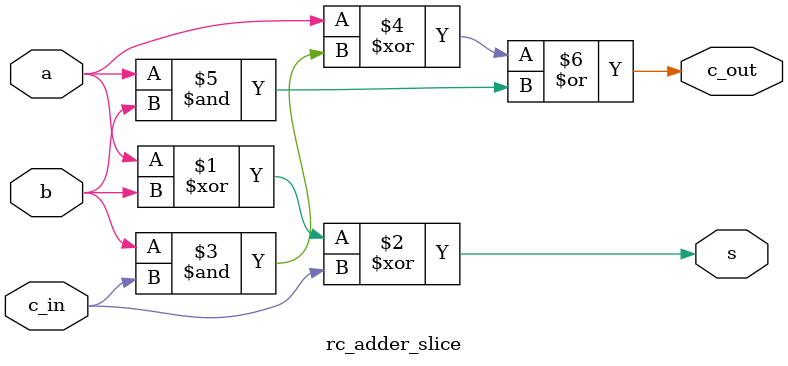
<source format=sv>
module rc_adder_slice (
	input logic a, b, c_in,
	output logic s, c_out
);

    assign s     = a ^ b ^ c_in;
    assign c_out = (a ^ b & c_in) | a & b;

endmodule
</source>
